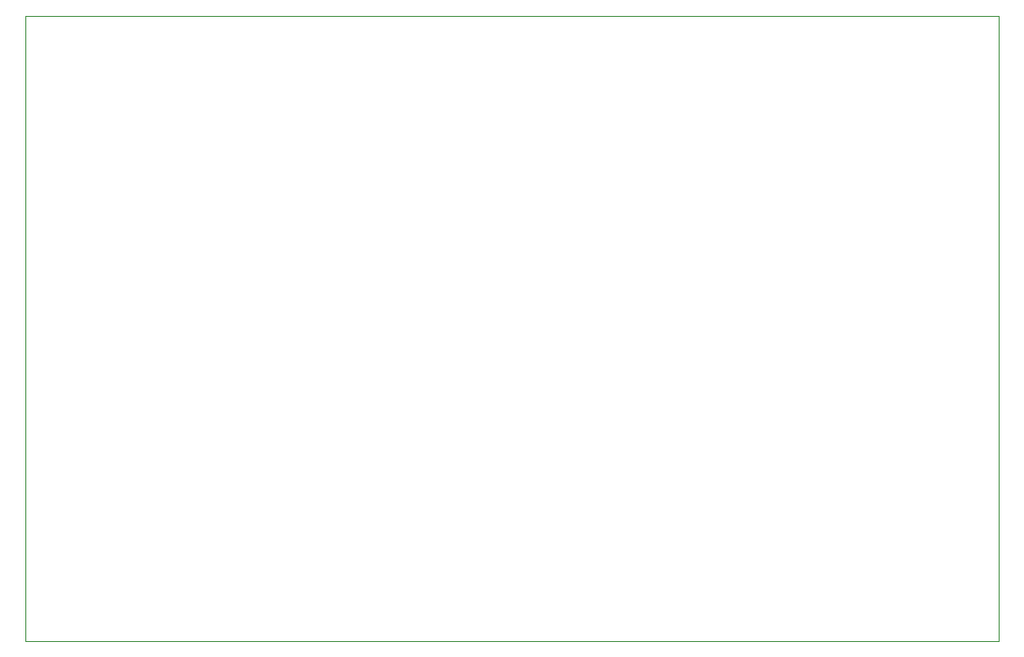
<source format=gm1>
%TF.GenerationSoftware,KiCad,Pcbnew,7.0.1-0*%
%TF.CreationDate,2023-08-15T02:12:02+05:30*%
%TF.ProjectId,retry1,72657472-7931-42e6-9b69-6361645f7063,rev?*%
%TF.SameCoordinates,Original*%
%TF.FileFunction,Profile,NP*%
%FSLAX46Y46*%
G04 Gerber Fmt 4.6, Leading zero omitted, Abs format (unit mm)*
G04 Created by KiCad (PCBNEW 7.0.1-0) date 2023-08-15 02:12:02*
%MOMM*%
%LPD*%
G01*
G04 APERTURE LIST*
%TA.AperFunction,Profile*%
%ADD10C,0.100000*%
%TD*%
G04 APERTURE END LIST*
D10*
X158690000Y-87470000D02*
X158690000Y-143890000D01*
X70830000Y-87470000D02*
X158690000Y-87470000D01*
X70830000Y-87470000D02*
X70830000Y-143890000D01*
X158690000Y-143890000D02*
X71170000Y-143890000D01*
X70830000Y-143890000D02*
X71170000Y-143890000D01*
M02*

</source>
